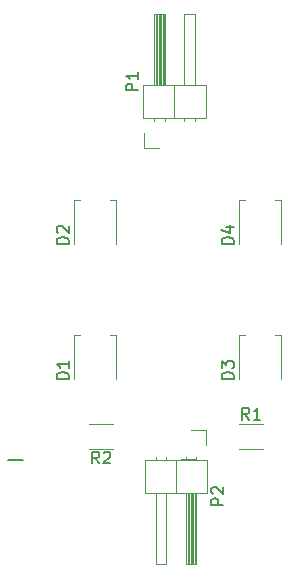
<source format=gbr>
G04 #@! TF.FileFunction,Legend,Top*
%FSLAX46Y46*%
G04 Gerber Fmt 4.6, Leading zero omitted, Abs format (unit mm)*
G04 Created by KiCad (PCBNEW 4.0.5) date 04/17/17 17:32:54*
%MOMM*%
%LPD*%
G01*
G04 APERTURE LIST*
%ADD10C,0.100000*%
%ADD11C,0.200000*%
%ADD12C,0.120000*%
%ADD13C,0.150000*%
G04 APERTURE END LIST*
D10*
D11*
X137414000Y-98806000D02*
X138684000Y-98806000D01*
X152019000Y-98806000D02*
X153289000Y-98806000D01*
D12*
X148843380Y-69799360D02*
X151503380Y-69799360D01*
X151503380Y-69799360D02*
X151503380Y-67059360D01*
X151503380Y-67059360D02*
X148843380Y-67059360D01*
X148843380Y-67059360D02*
X148843380Y-69799360D01*
X149793380Y-67059360D02*
X150673380Y-67059360D01*
X150673380Y-67059360D02*
X150673380Y-61059360D01*
X150673380Y-61059360D02*
X149793380Y-61059360D01*
X149793380Y-61059360D02*
X149793380Y-67059360D01*
X149793380Y-70109360D02*
X149793380Y-69799360D01*
X150673380Y-70109360D02*
X150673380Y-69799360D01*
X149913380Y-67059360D02*
X149913380Y-61059360D01*
X150033380Y-67059360D02*
X150033380Y-61059360D01*
X150153380Y-67059360D02*
X150153380Y-61059360D01*
X150273380Y-67059360D02*
X150273380Y-61059360D01*
X150393380Y-67059360D02*
X150393380Y-61059360D01*
X150513380Y-67059360D02*
X150513380Y-61059360D01*
X150633380Y-67059360D02*
X150633380Y-61059360D01*
X151503380Y-69799360D02*
X154163380Y-69799360D01*
X154163380Y-69799360D02*
X154163380Y-67059360D01*
X154163380Y-67059360D02*
X151503380Y-67059360D01*
X151503380Y-67059360D02*
X151503380Y-69799360D01*
X152333380Y-67059360D02*
X153213380Y-67059360D01*
X153213380Y-67059360D02*
X153213380Y-61059360D01*
X153213380Y-61059360D02*
X152333380Y-61059360D01*
X152333380Y-61059360D02*
X152333380Y-67059360D01*
X152333380Y-70109360D02*
X152333380Y-69799360D01*
X153213380Y-70109360D02*
X153213380Y-69799360D01*
X150233380Y-72349360D02*
X148963380Y-72349360D01*
X148963380Y-72349360D02*
X148963380Y-71079360D01*
X154298000Y-98816000D02*
X151638000Y-98816000D01*
X151638000Y-98816000D02*
X151638000Y-101556000D01*
X151638000Y-101556000D02*
X154298000Y-101556000D01*
X154298000Y-101556000D02*
X154298000Y-98816000D01*
X153348000Y-101556000D02*
X152468000Y-101556000D01*
X152468000Y-101556000D02*
X152468000Y-107556000D01*
X152468000Y-107556000D02*
X153348000Y-107556000D01*
X153348000Y-107556000D02*
X153348000Y-101556000D01*
X153348000Y-98506000D02*
X153348000Y-98816000D01*
X152468000Y-98506000D02*
X152468000Y-98816000D01*
X153228000Y-101556000D02*
X153228000Y-107556000D01*
X153108000Y-101556000D02*
X153108000Y-107556000D01*
X152988000Y-101556000D02*
X152988000Y-107556000D01*
X152868000Y-101556000D02*
X152868000Y-107556000D01*
X152748000Y-101556000D02*
X152748000Y-107556000D01*
X152628000Y-101556000D02*
X152628000Y-107556000D01*
X152508000Y-101556000D02*
X152508000Y-107556000D01*
X151638000Y-98816000D02*
X148978000Y-98816000D01*
X148978000Y-98816000D02*
X148978000Y-101556000D01*
X148978000Y-101556000D02*
X151638000Y-101556000D01*
X151638000Y-101556000D02*
X151638000Y-98816000D01*
X150808000Y-101556000D02*
X149928000Y-101556000D01*
X149928000Y-101556000D02*
X149928000Y-107556000D01*
X149928000Y-107556000D02*
X150808000Y-107556000D01*
X150808000Y-107556000D02*
X150808000Y-101556000D01*
X150808000Y-98506000D02*
X150808000Y-98816000D01*
X149928000Y-98506000D02*
X149928000Y-98816000D01*
X152908000Y-96266000D02*
X154178000Y-96266000D01*
X154178000Y-96266000D02*
X154178000Y-97536000D01*
X158988000Y-97844000D02*
X156988000Y-97844000D01*
X156988000Y-95704000D02*
X158988000Y-95704000D01*
X144288000Y-95704000D02*
X146288000Y-95704000D01*
X146288000Y-97844000D02*
X144288000Y-97844000D01*
X157000000Y-88186000D02*
X157000000Y-91936000D01*
X157500000Y-88186000D02*
X157000000Y-88186000D01*
X160500000Y-88186000D02*
X160000000Y-88186000D01*
X160500000Y-91936000D02*
X160500000Y-88186000D01*
X143030000Y-76756000D02*
X143030000Y-80506000D01*
X143530000Y-76756000D02*
X143030000Y-76756000D01*
X146530000Y-76756000D02*
X146030000Y-76756000D01*
X146530000Y-80506000D02*
X146530000Y-76756000D01*
X143030000Y-88186000D02*
X143030000Y-91936000D01*
X143530000Y-88186000D02*
X143030000Y-88186000D01*
X146530000Y-88186000D02*
X146030000Y-88186000D01*
X146530000Y-91936000D02*
X146530000Y-88186000D01*
X157000000Y-76756000D02*
X157000000Y-80506000D01*
X157500000Y-76756000D02*
X157000000Y-76756000D01*
X160500000Y-76756000D02*
X160000000Y-76756000D01*
X160500000Y-80506000D02*
X160500000Y-76756000D01*
D13*
X148415761Y-67502455D02*
X147415761Y-67502455D01*
X147415761Y-67121502D01*
X147463380Y-67026264D01*
X147510999Y-66978645D01*
X147606237Y-66931026D01*
X147749094Y-66931026D01*
X147844332Y-66978645D01*
X147891951Y-67026264D01*
X147939570Y-67121502D01*
X147939570Y-67502455D01*
X148415761Y-65978645D02*
X148415761Y-66550074D01*
X148415761Y-66264360D02*
X147415761Y-66264360D01*
X147558618Y-66359598D01*
X147653856Y-66454836D01*
X147701475Y-66550074D01*
X155630381Y-102589095D02*
X154630381Y-102589095D01*
X154630381Y-102208142D01*
X154678000Y-102112904D01*
X154725619Y-102065285D01*
X154820857Y-102017666D01*
X154963714Y-102017666D01*
X155058952Y-102065285D01*
X155106571Y-102112904D01*
X155154190Y-102208142D01*
X155154190Y-102589095D01*
X154725619Y-101636714D02*
X154678000Y-101589095D01*
X154630381Y-101493857D01*
X154630381Y-101255761D01*
X154678000Y-101160523D01*
X154725619Y-101112904D01*
X154820857Y-101065285D01*
X154916095Y-101065285D01*
X155058952Y-101112904D01*
X155630381Y-101684333D01*
X155630381Y-101065285D01*
X157821334Y-95376381D02*
X157488000Y-94900190D01*
X157249905Y-95376381D02*
X157249905Y-94376381D01*
X157630858Y-94376381D01*
X157726096Y-94424000D01*
X157773715Y-94471619D01*
X157821334Y-94566857D01*
X157821334Y-94709714D01*
X157773715Y-94804952D01*
X157726096Y-94852571D01*
X157630858Y-94900190D01*
X157249905Y-94900190D01*
X158773715Y-95376381D02*
X158202286Y-95376381D01*
X158488000Y-95376381D02*
X158488000Y-94376381D01*
X158392762Y-94519238D01*
X158297524Y-94614476D01*
X158202286Y-94662095D01*
X145121334Y-99076381D02*
X144788000Y-98600190D01*
X144549905Y-99076381D02*
X144549905Y-98076381D01*
X144930858Y-98076381D01*
X145026096Y-98124000D01*
X145073715Y-98171619D01*
X145121334Y-98266857D01*
X145121334Y-98409714D01*
X145073715Y-98504952D01*
X145026096Y-98552571D01*
X144930858Y-98600190D01*
X144549905Y-98600190D01*
X145502286Y-98171619D02*
X145549905Y-98124000D01*
X145645143Y-98076381D01*
X145883239Y-98076381D01*
X145978477Y-98124000D01*
X146026096Y-98171619D01*
X146073715Y-98266857D01*
X146073715Y-98362095D01*
X146026096Y-98504952D01*
X145454667Y-99076381D01*
X146073715Y-99076381D01*
X156502381Y-91924095D02*
X155502381Y-91924095D01*
X155502381Y-91686000D01*
X155550000Y-91543142D01*
X155645238Y-91447904D01*
X155740476Y-91400285D01*
X155930952Y-91352666D01*
X156073810Y-91352666D01*
X156264286Y-91400285D01*
X156359524Y-91447904D01*
X156454762Y-91543142D01*
X156502381Y-91686000D01*
X156502381Y-91924095D01*
X155502381Y-91019333D02*
X155502381Y-90400285D01*
X155883333Y-90733619D01*
X155883333Y-90590761D01*
X155930952Y-90495523D01*
X155978571Y-90447904D01*
X156073810Y-90400285D01*
X156311905Y-90400285D01*
X156407143Y-90447904D01*
X156454762Y-90495523D01*
X156502381Y-90590761D01*
X156502381Y-90876476D01*
X156454762Y-90971714D01*
X156407143Y-91019333D01*
X142532381Y-80494095D02*
X141532381Y-80494095D01*
X141532381Y-80256000D01*
X141580000Y-80113142D01*
X141675238Y-80017904D01*
X141770476Y-79970285D01*
X141960952Y-79922666D01*
X142103810Y-79922666D01*
X142294286Y-79970285D01*
X142389524Y-80017904D01*
X142484762Y-80113142D01*
X142532381Y-80256000D01*
X142532381Y-80494095D01*
X141627619Y-79541714D02*
X141580000Y-79494095D01*
X141532381Y-79398857D01*
X141532381Y-79160761D01*
X141580000Y-79065523D01*
X141627619Y-79017904D01*
X141722857Y-78970285D01*
X141818095Y-78970285D01*
X141960952Y-79017904D01*
X142532381Y-79589333D01*
X142532381Y-78970285D01*
X142532381Y-91924095D02*
X141532381Y-91924095D01*
X141532381Y-91686000D01*
X141580000Y-91543142D01*
X141675238Y-91447904D01*
X141770476Y-91400285D01*
X141960952Y-91352666D01*
X142103810Y-91352666D01*
X142294286Y-91400285D01*
X142389524Y-91447904D01*
X142484762Y-91543142D01*
X142532381Y-91686000D01*
X142532381Y-91924095D01*
X142532381Y-90400285D02*
X142532381Y-90971714D01*
X142532381Y-90686000D02*
X141532381Y-90686000D01*
X141675238Y-90781238D01*
X141770476Y-90876476D01*
X141818095Y-90971714D01*
X156502381Y-80494095D02*
X155502381Y-80494095D01*
X155502381Y-80256000D01*
X155550000Y-80113142D01*
X155645238Y-80017904D01*
X155740476Y-79970285D01*
X155930952Y-79922666D01*
X156073810Y-79922666D01*
X156264286Y-79970285D01*
X156359524Y-80017904D01*
X156454762Y-80113142D01*
X156502381Y-80256000D01*
X156502381Y-80494095D01*
X155835714Y-79065523D02*
X156502381Y-79065523D01*
X155454762Y-79303619D02*
X156169048Y-79541714D01*
X156169048Y-78922666D01*
M02*

</source>
